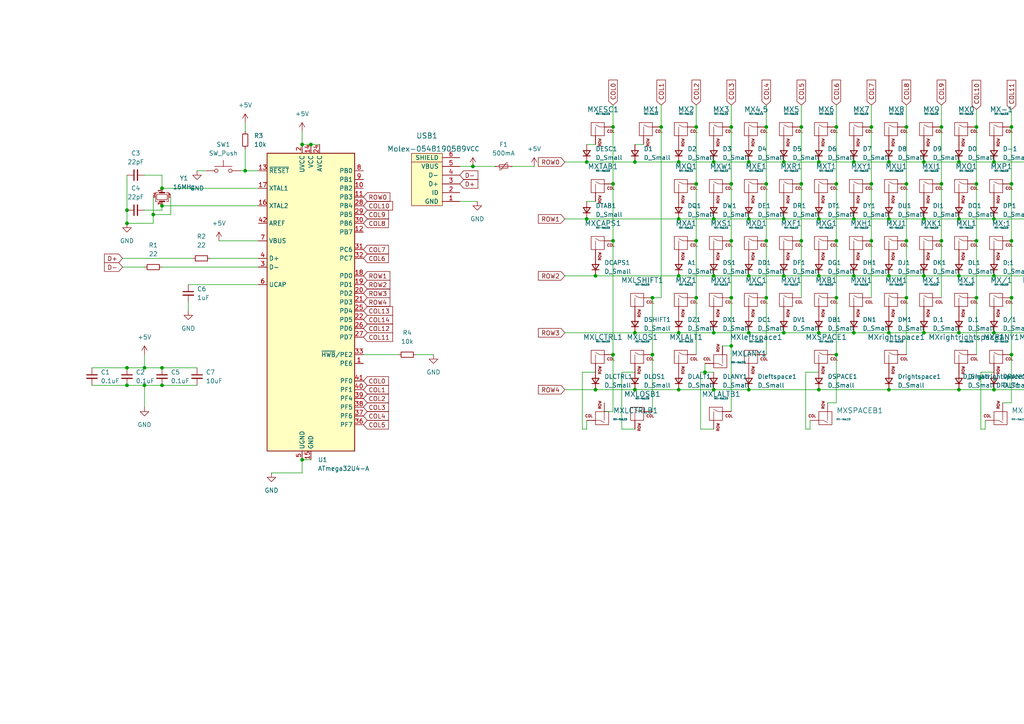
<source format=kicad_sch>
(kicad_sch (version 20211123) (generator eeschema)
  (paper "A4")
  (junction (at 278.13 113.03))
  (junction (at 247.65 46.99))
  (junction (at 36.83 111.76))
  (junction (at 313.69 53.34))
  (junction (at 232.41 69.85))
  (junction (at 46.99 59.69))
  (junction (at 184.15 113.03))
  (junction (at 222.25 69.85))
  (junction (at 87.63 133.35))
  (junction (at 323.85 36.83))
  (junction (at 46.99 54.61))
  (junction (at 41.91 106.68))
  (junction (at 227.33 46.99))
  (junction (at 201.93 86.36))
  (junction (at 196.85 46.99))
  (junction (at 303.53 83.82))
  (junction (at 237.49 80.01))
  (junction (at 278.13 96.52))
  (junction (at 262.89 53.34))
  (junction (at 293.37 69.85))
  (junction (at 46.99 111.76))
  (junction (at 323.85 69.85))
  (junction (at 288.29 96.52))
  (junction (at 207.01 63.5))
  (junction (at 267.97 46.99))
  (junction (at 308.61 63.5))
  (junction (at 217.17 63.5))
  (junction (at 212.09 100.33))
  (junction (at 288.29 46.99))
  (junction (at 207.01 80.01))
  (junction (at 177.8 69.85))
  (junction (at 316.23 107.95))
  (junction (at 207.01 46.99))
  (junction (at 252.73 53.34))
  (junction (at 201.93 69.85))
  (junction (at 323.85 83.82))
  (junction (at 170.18 46.99))
  (junction (at 303.53 53.34))
  (junction (at 212.09 86.36))
  (junction (at 278.13 46.99))
  (junction (at 177.8 53.34))
  (junction (at 313.69 69.85))
  (junction (at 278.13 63.5))
  (junction (at 308.61 80.01))
  (junction (at 267.97 80.01))
  (junction (at 288.29 80.01))
  (junction (at 172.72 113.03))
  (junction (at 41.91 111.76))
  (junction (at 252.73 69.85))
  (junction (at 293.37 102.87))
  (junction (at 217.17 46.99))
  (junction (at 227.33 63.5))
  (junction (at 242.57 53.34))
  (junction (at 247.65 80.01))
  (junction (at 237.49 113.03))
  (junction (at 273.05 36.83))
  (junction (at 177.8 102.87))
  (junction (at 212.09 36.83))
  (junction (at 212.09 69.85))
  (junction (at 196.85 96.52))
  (junction (at 222.25 53.34))
  (junction (at 237.49 96.52))
  (junction (at 189.23 86.36))
  (junction (at 207.01 113.03))
  (junction (at 207.01 96.52))
  (junction (at 137.16 48.26))
  (junction (at 323.85 86.36))
  (junction (at 273.05 69.85))
  (junction (at 237.49 63.5))
  (junction (at 283.21 69.85))
  (junction (at 247.65 63.5))
  (junction (at 303.53 36.83))
  (junction (at 222.25 86.36))
  (junction (at 87.63 41.91))
  (junction (at 204.47 107.95))
  (junction (at 257.81 96.52))
  (junction (at 212.09 53.34))
  (junction (at 217.17 96.52))
  (junction (at 267.97 96.52))
  (junction (at 90.17 41.91))
  (junction (at 273.05 53.34))
  (junction (at 257.81 80.01))
  (junction (at 288.29 113.03))
  (junction (at 242.57 69.85))
  (junction (at 237.49 46.99))
  (junction (at 293.37 36.83))
  (junction (at 262.89 36.83))
  (junction (at 196.85 63.5))
  (junction (at 242.57 36.83))
  (junction (at 298.45 113.03))
  (junction (at 288.29 63.5))
  (junction (at 196.85 80.01))
  (junction (at 293.37 53.34))
  (junction (at 177.8 36.83))
  (junction (at 201.93 53.34))
  (junction (at 247.65 96.52))
  (junction (at 252.73 36.83))
  (junction (at 313.69 36.83))
  (junction (at 323.85 53.34))
  (junction (at 217.17 80.01))
  (junction (at 257.81 63.5))
  (junction (at 36.83 106.68))
  (junction (at 36.83 64.77))
  (junction (at 278.13 80.01))
  (junction (at 36.83 60.96))
  (junction (at 262.89 69.85))
  (junction (at 227.33 96.52))
  (junction (at 184.15 46.99))
  (junction (at 227.33 80.01))
  (junction (at 232.41 53.34))
  (junction (at 298.45 96.52))
  (junction (at 303.53 86.36))
  (junction (at 308.61 113.03))
  (junction (at 283.21 36.83))
  (junction (at 298.45 80.01))
  (junction (at 323.85 100.33))
  (junction (at 189.23 102.87))
  (junction (at 196.85 113.03))
  (junction (at 46.99 106.68))
  (junction (at 257.81 46.99))
  (junction (at 308.61 46.99))
  (junction (at 172.72 80.01))
  (junction (at 191.77 36.83))
  (junction (at 262.89 86.36))
  (junction (at 298.45 46.99))
  (junction (at 170.18 63.5))
  (junction (at 242.57 102.87))
  (junction (at 217.17 113.03))
  (junction (at 267.97 63.5))
  (junction (at 257.81 113.03))
  (junction (at 71.12 49.53))
  (junction (at 201.93 36.83))
  (junction (at 283.21 86.36))
  (junction (at 293.37 86.36))
  (junction (at 242.57 86.36))
  (junction (at 232.41 36.83))
  (junction (at 184.15 96.52))
  (junction (at 303.53 69.85))
  (junction (at 298.45 63.5))
  (junction (at 44.45 62.23))
  (junction (at 283.21 53.34))
  (junction (at 222.25 36.83))
  (wire (pts (xy 201.93 69.85) (xy 201.93 86.36)))
  (wire (pts (xy 204.47 105.41) (xy 204.47 107.95)))
  (wire (pts (xy 323.85 69.85) (xy 323.85 83.82)))
  (wire (pts (xy 278.13 96.52) (xy 288.29 96.52)))
  (wire (pts (xy 87.63 133.35) (xy 90.17 133.35)))
  (wire (pts (xy 273.05 36.83) (xy 273.05 53.34)))
  (wire (pts (xy 46.99 54.61) (xy 46.99 50.8)))
  (wire (pts (xy 222.25 36.83) (xy 222.25 53.34)))
  (wire (pts (xy 170.18 46.99) (xy 184.15 46.99)))
  (wire (pts (xy 278.13 63.5) (xy 288.29 63.5)))
  (wire (pts (xy 303.53 53.34) (xy 303.53 69.85)))
  (wire (pts (xy 278.13 80.01) (xy 288.29 80.01)))
  (wire (pts (xy 234.95 124.46) (xy 234.95 121.92)))
  (wire (pts (xy 293.37 102.87) (xy 293.37 116.84)))
  (wire (pts (xy 212.09 53.34) (xy 212.09 69.85)))
  (wire (pts (xy 201.93 53.34) (xy 201.93 69.85)))
  (wire (pts (xy 54.61 82.55) (xy 74.93 82.55)))
  (wire (pts (xy 222.25 86.36) (xy 222.25 102.87)))
  (wire (pts (xy 26.67 111.76) (xy 36.83 111.76)))
  (wire (pts (xy 293.37 69.85) (xy 293.37 86.36)))
  (wire (pts (xy 267.97 63.5) (xy 278.13 63.5)))
  (wire (pts (xy 177.8 53.34) (xy 177.8 69.85)))
  (wire (pts (xy 36.83 60.96) (xy 36.83 64.77)))
  (wire (pts (xy 217.17 96.52) (xy 227.33 96.52)))
  (wire (pts (xy 290.83 116.84) (xy 293.37 116.84)))
  (wire (pts (xy 237.49 96.52) (xy 247.65 96.52)))
  (wire (pts (xy 203.2 107.95) (xy 204.47 107.95)))
  (wire (pts (xy 298.45 113.03) (xy 308.61 113.03)))
  (wire (pts (xy 203.2 124.46) (xy 203.2 107.95)))
  (wire (pts (xy 196.85 63.5) (xy 207.01 63.5)))
  (wire (pts (xy 242.57 30.48) (xy 242.57 36.83)))
  (wire (pts (xy 207.01 124.46) (xy 203.2 124.46)))
  (wire (pts (xy 177.8 69.85) (xy 177.8 102.87)))
  (wire (pts (xy 180.34 107.95) (xy 184.15 107.95)))
  (wire (pts (xy 303.53 86.36) (xy 303.53 102.87)))
  (wire (pts (xy 148.59 48.26) (xy 154.94 48.26)))
  (wire (pts (xy 196.85 113.03) (xy 207.01 113.03)))
  (wire (pts (xy 207.01 80.01) (xy 217.17 80.01)))
  (wire (pts (xy 44.45 62.23) (xy 44.45 57.15)))
  (wire (pts (xy 87.63 41.91) (xy 90.17 41.91)))
  (wire (pts (xy 201.93 36.83) (xy 201.93 53.34)))
  (wire (pts (xy 46.99 77.47) (xy 74.93 77.47)))
  (wire (pts (xy 191.77 36.83) (xy 191.77 86.36)))
  (wire (pts (xy 323.85 31.75) (xy 323.85 36.83)))
  (wire (pts (xy 71.12 49.53) (xy 74.93 49.53)))
  (wire (pts (xy 222.25 53.34) (xy 222.25 69.85)))
  (wire (pts (xy 257.81 63.5) (xy 267.97 63.5)))
  (wire (pts (xy 323.85 83.82) (xy 323.85 86.36)))
  (wire (pts (xy 177.8 119.38) (xy 175.26 119.38)))
  (wire (pts (xy 46.99 111.76) (xy 57.15 111.76)))
  (wire (pts (xy 212.09 36.83) (xy 212.09 53.34)))
  (wire (pts (xy 71.12 43.18) (xy 71.12 49.53)))
  (wire (pts (xy 212.09 100.33) (xy 212.09 119.38)))
  (wire (pts (xy 323.85 83.82) (xy 332.74 83.82)))
  (wire (pts (xy 293.37 86.36) (xy 293.37 102.87)))
  (wire (pts (xy 168.91 124.46) (xy 168.91 107.95)))
  (wire (pts (xy 284.48 124.46) (xy 284.48 107.95)))
  (wire (pts (xy 41.91 111.76) (xy 46.99 111.76)))
  (wire (pts (xy 308.61 46.99) (xy 318.77 46.99)))
  (wire (pts (xy 222.25 30.48) (xy 222.25 36.83)))
  (wire (pts (xy 308.61 113.03) (xy 318.77 113.03)))
  (wire (pts (xy 201.93 86.36) (xy 201.93 102.87)))
  (wire (pts (xy 303.53 83.82) (xy 309.88 83.82)))
  (wire (pts (xy 184.15 41.91) (xy 186.69 41.91)))
  (wire (pts (xy 227.33 63.5) (xy 237.49 63.5)))
  (wire (pts (xy 207.01 46.99) (xy 217.17 46.99)))
  (wire (pts (xy 36.83 50.8) (xy 36.83 60.96)))
  (wire (pts (xy 262.89 69.85) (xy 262.89 86.36)))
  (wire (pts (xy 168.91 107.95) (xy 172.72 107.95)))
  (wire (pts (xy 44.45 62.23) (xy 49.53 62.23)))
  (wire (pts (xy 46.99 106.68) (xy 57.15 106.68)))
  (wire (pts (xy 267.97 96.52) (xy 278.13 96.52)))
  (wire (pts (xy 184.15 113.03) (xy 196.85 113.03)))
  (wire (pts (xy 46.99 59.69) (xy 74.93 59.69)))
  (wire (pts (xy 87.63 133.35) (xy 87.63 137.16)))
  (wire (pts (xy 177.8 30.48) (xy 177.8 36.83)))
  (wire (pts (xy 242.57 69.85) (xy 242.57 86.36)))
  (wire (pts (xy 257.81 80.01) (xy 267.97 80.01)))
  (wire (pts (xy 233.68 124.46) (xy 234.95 124.46)))
  (wire (pts (xy 308.61 63.5) (xy 318.77 63.5)))
  (wire (pts (xy 227.33 46.99) (xy 237.49 46.99)))
  (wire (pts (xy 318.77 124.46) (xy 314.96 124.46)))
  (wire (pts (xy 172.72 113.03) (xy 184.15 113.03)))
  (wire (pts (xy 316.23 107.95) (xy 318.77 107.95)))
  (wire (pts (xy 288.29 46.99) (xy 298.45 46.99)))
  (wire (pts (xy 313.69 69.85) (xy 313.69 102.87)))
  (wire (pts (xy 207.01 96.52) (xy 217.17 96.52)))
  (wire (pts (xy 273.05 69.85) (xy 273.05 86.36)))
  (wire (pts (xy 313.69 36.83) (xy 313.69 53.34)))
  (wire (pts (xy 242.57 36.83) (xy 242.57 53.34)))
  (wire (pts (xy 318.77 91.44) (xy 327.66 91.44)))
  (wire (pts (xy 252.73 30.48) (xy 252.73 36.83)))
  (wire (pts (xy 191.77 86.36) (xy 189.23 86.36)))
  (wire (pts (xy 196.85 80.01) (xy 207.01 80.01)))
  (wire (pts (xy 323.85 36.83) (xy 323.85 53.34)))
  (wire (pts (xy 168.91 124.46) (xy 170.18 124.46)))
  (wire (pts (xy 175.26 119.38) (xy 175.26 116.84)))
  (wire (pts (xy 217.17 80.01) (xy 227.33 80.01)))
  (wire (pts (xy 180.34 124.46) (xy 180.34 107.95)))
  (wire (pts (xy 46.99 54.61) (xy 74.93 54.61)))
  (wire (pts (xy 285.75 124.46) (xy 285.75 121.92)))
  (wire (pts (xy 293.37 31.75) (xy 293.37 36.83)))
  (wire (pts (xy 69.85 49.53) (xy 71.12 49.53)))
  (wire (pts (xy 87.63 137.16) (xy 78.74 137.16)))
  (wire (pts (xy 242.57 86.36) (xy 242.57 102.87)))
  (wire (pts (xy 293.37 36.83) (xy 293.37 53.34)))
  (wire (pts (xy 252.73 69.85) (xy 252.73 86.36)))
  (wire (pts (xy 163.83 96.52) (xy 184.15 96.52)))
  (wire (pts (xy 189.23 102.87) (xy 189.23 119.38)))
  (wire (pts (xy 308.61 80.01) (xy 318.77 80.01)))
  (wire (pts (xy 170.18 41.91) (xy 172.72 41.91)))
  (wire (pts (xy 209.55 100.33) (xy 212.09 100.33)))
  (wire (pts (xy 313.69 53.34) (xy 313.69 69.85)))
  (wire (pts (xy 232.41 30.48) (xy 232.41 36.83)))
  (wire (pts (xy 163.83 63.5) (xy 170.18 63.5)))
  (wire (pts (xy 35.56 77.47) (xy 41.91 77.47)))
  (wire (pts (xy 284.48 124.46) (xy 285.75 124.46)))
  (wire (pts (xy 303.53 69.85) (xy 303.53 83.82)))
  (wire (pts (xy 36.83 106.68) (xy 41.91 106.68)))
  (wire (pts (xy 63.5 69.85) (xy 74.93 69.85)))
  (wire (pts (xy 237.49 80.01) (xy 247.65 80.01)))
  (wire (pts (xy 252.73 53.34) (xy 252.73 69.85)))
  (wire (pts (xy 204.47 107.95) (xy 207.01 107.95)))
  (wire (pts (xy 242.57 102.87) (xy 242.57 116.84)))
  (wire (pts (xy 252.73 36.83) (xy 252.73 53.34)))
  (wire (pts (xy 284.48 107.95) (xy 288.29 107.95)))
  (wire (pts (xy 273.05 53.34) (xy 273.05 69.85)))
  (wire (pts (xy 133.35 48.26) (xy 137.16 48.26)))
  (wire (pts (xy 54.61 87.63) (xy 54.61 90.17)))
  (wire (pts (xy 288.29 63.5) (xy 298.45 63.5)))
  (wire (pts (xy 120.65 102.87) (xy 125.73 102.87)))
  (wire (pts (xy 323.85 100.33) (xy 323.85 119.38)))
  (wire (pts (xy 298.45 80.01) (xy 308.61 80.01)))
  (wire (pts (xy 316.23 105.41) (xy 316.23 107.95)))
  (wire (pts (xy 212.09 30.48) (xy 212.09 36.83)))
  (wire (pts (xy 163.83 80.01) (xy 172.72 80.01)))
  (wire (pts (xy 267.97 46.99) (xy 278.13 46.99)))
  (wire (pts (xy 217.17 113.03) (xy 237.49 113.03)))
  (wire (pts (xy 321.31 100.33) (xy 323.85 100.33)))
  (wire (pts (xy 262.89 30.48) (xy 262.89 36.83)))
  (wire (pts (xy 247.65 96.52) (xy 257.81 96.52)))
  (wire (pts (xy 327.66 88.9) (xy 327.66 91.44)))
  (wire (pts (xy 237.49 46.99) (xy 247.65 46.99)))
  (wire (pts (xy 46.99 50.8) (xy 41.91 50.8)))
  (wire (pts (xy 90.17 41.91) (xy 92.71 41.91)))
  (wire (pts (xy 41.91 106.68) (xy 46.99 106.68)))
  (wire (pts (xy 44.45 64.77) (xy 44.45 62.23)))
  (wire (pts (xy 137.16 48.26) (xy 143.51 48.26)))
  (wire (pts (xy 232.41 53.34) (xy 232.41 69.85)))
  (wire (pts (xy 71.12 35.56) (xy 71.12 38.1)))
  (wire (pts (xy 163.83 46.99) (xy 170.18 46.99)))
  (wire (pts (xy 35.56 74.93) (xy 55.88 74.93)))
  (wire (pts (xy 232.41 69.85) (xy 232.41 86.36)))
  (wire (pts (xy 36.83 64.77) (xy 44.45 64.77)))
  (wire (pts (xy 217.17 63.5) (xy 227.33 63.5)))
  (wire (pts (xy 303.53 36.83) (xy 303.53 53.34)))
  (wire (pts (xy 133.35 58.42) (xy 138.43 58.42)))
  (wire (pts (xy 303.53 31.75) (xy 303.53 36.83)))
  (wire (pts (xy 323.85 53.34) (xy 323.85 69.85)))
  (wire (pts (xy 189.23 86.36) (xy 189.23 102.87)))
  (wire (pts (xy 298.45 63.5) (xy 308.61 63.5)))
  (wire (pts (xy 257.81 113.03) (xy 278.13 113.03)))
  (wire (pts (xy 184.15 46.99) (xy 196.85 46.99)))
  (wire (pts (xy 177.8 36.83) (xy 177.8 53.34)))
  (wire (pts (xy 196.85 46.99) (xy 207.01 46.99)))
  (wire (pts (xy 196.85 96.52) (xy 207.01 96.52)))
  (wire (pts (xy 293.37 53.34) (xy 293.37 69.85)))
  (wire (pts (xy 247.65 46.99) (xy 257.81 46.99)))
  (wire (pts (xy 170.18 124.46) (xy 170.18 121.92)))
  (wire (pts (xy 60.96 74.93) (xy 74.93 74.93)))
  (wire (pts (xy 170.18 63.5) (xy 196.85 63.5)))
  (wire (pts (xy 303.53 83.82) (xy 303.53 86.36)))
  (wire (pts (xy 217.17 46.99) (xy 227.33 46.99)))
  (wire (pts (xy 257.81 96.52) (xy 267.97 96.52)))
  (wire (pts (xy 184.15 124.46) (xy 180.34 124.46)))
  (wire (pts (xy 237.49 113.03) (xy 257.81 113.03)))
  (wire (pts (xy 222.25 69.85) (xy 222.25 86.36)))
  (wire (pts (xy 105.41 102.87) (xy 115.57 102.87)))
  (wire (pts (xy 288.29 113.03) (xy 298.45 113.03)))
  (wire (pts (xy 172.72 80.01) (xy 196.85 80.01)))
  (wire (pts (xy 273.05 30.48) (xy 273.05 36.83)))
  (wire (pts (xy 41.91 60.96) (xy 46.99 60.96)))
  (wire (pts (xy 41.91 102.87) (xy 41.91 106.68)))
  (wire (pts (xy 288.29 80.01) (xy 298.45 80.01)))
  (wire (pts (xy 212.09 86.36) (xy 212.09 100.33)))
  (wire (pts (xy 57.15 49.53) (xy 59.69 49.53)))
  (wire (pts (xy 298.45 91.44) (xy 304.8 91.44)))
  (wire (pts (xy 240.03 116.84) (xy 242.57 116.84)))
  (wire (pts (xy 323.85 86.36) (xy 323.85 100.33)))
  (wire (pts (xy 278.13 46.99) (xy 288.29 46.99)))
  (wire (pts (xy 177.8 102.87) (xy 177.8 119.38)))
  (wire (pts (xy 207.01 63.5) (xy 217.17 63.5)))
  (wire (pts (xy 46.99 60.96) (xy 46.99 59.69)))
  (wire (pts (xy 267.97 80.01) (xy 278.13 80.01)))
  (wire (pts (xy 227.33 96.52) (xy 237.49 96.52)))
  (wire (pts (xy 49.53 62.23) (xy 49.53 57.15)))
  (wire (pts (xy 207.01 113.03) (xy 217.17 113.03)))
  (wire (pts (xy 233.68 124.46) (xy 233.68 107.95)))
  (wire (pts (xy 170.18 58.42) (xy 172.72 58.42)))
  (wire (pts (xy 262.89 36.83) (xy 262.89 53.34)))
  (wire (pts (xy 313.69 31.75) (xy 313.69 36.83)))
  (wire (pts (xy 26.67 106.68) (xy 36.83 106.68)))
  (wire (pts (xy 212.09 69.85) (xy 212.09 86.36)))
  (wire (pts (xy 237.49 63.5) (xy 247.65 63.5)))
  (wire (pts (xy 242.57 53.34) (xy 242.57 69.85)))
  (wire (pts (xy 314.96 107.95) (xy 316.23 107.95)))
  (wire (pts (xy 278.13 113.03) (xy 288.29 113.03)))
  (wire (pts (xy 283.21 69.85) (xy 283.21 86.36)))
  (wire (pts (xy 257.81 46.99) (xy 267.97 46.99)))
  (wire (pts (xy 288.29 96.52) (xy 298.45 96.52)))
  (wire (pts (xy 283.21 31.75) (xy 283.21 36.83)))
  (wire (pts (xy 41.91 111.76) (xy 41.91 118.11)))
  (wire (pts (xy 298.45 96.52) (xy 318.77 96.52)))
  (wire (pts (xy 247.65 80.01) (xy 257.81 80.01)))
  (wire (pts (xy 262.89 53.34) (xy 262.89 69.85)))
  (wire (pts (xy 232.41 36.83) (xy 232.41 53.34)))
  (wire (pts (xy 283.21 36.83) (xy 283.21 53.34)))
  (wire (pts (xy 247.65 63.5) (xy 257.81 63.5)))
  (wire (pts (xy 233.68 107.95) (xy 237.49 107.95)))
  (wire (pts (xy 283.21 86.36) (xy 283.21 102.87)))
  (wire (pts (xy 191.77 30.48) (xy 191.77 36.83)))
  (wire (pts (xy 298.45 46.99) (xy 308.61 46.99)))
  (wire (pts (xy 314.96 124.46) (xy 314.96 107.95)))
  (wire (pts (xy 87.63 38.1) (xy 87.63 41.91)))
  (wire (pts (xy 262.89 86.36) (xy 262.89 102.87)))
  (wire (pts (xy 227.33 80.01) (xy 237.49 80.01)))
  (wire (pts (xy 283.21 53.34) (xy 283.21 69.85)))
  (wire (pts (xy 163.83 113.03) (xy 172.72 113.03)))
  (wire (pts (xy 36.83 111.76) (xy 41.91 111.76)))
  (wire (pts (xy 184.15 96.52) (xy 196.85 96.52)))
  (wire (pts (xy 304.8 88.9) (xy 304.8 91.44)))
  (wire (pts (xy 201.93 30.48) (xy 201.93 36.83)))
  (global_label "ROW0" (shape input) (at 163.83 46.99 180) (property "Intersheet References" "${INTERSHEET_REFS}" (effects hide)))
  (global_label "D-" (shape input) (at 133.35 50.8 0) (property "Intersheet References" "${INTERSHEET_REFS}" (effects hide)))
  (global_label "COL13" (shape input) (at 313.69 31.75 90) (property "Intersheet References" "${INTERSHEET_REFS}" (effects hide)))
  (global_label "COL0" (shape input) (at 177.8 30.48 90) (property "Intersheet References" "${INTERSHEET_REFS}" (effects hide)))
  (global_label "ROW3" (shape input) (at 163.83 96.52 180) (property "Intersheet References" "${INTERSHEET_REFS}" (effects hide)))
  (global_label "COL14" (shape input) (at 105.41 92.71 0) (property "Intersheet References" "${INTERSHEET_REFS}" (effects hide)))
  (global_label "COL2" (shape input) (at 201.93 30.48 90) (property "Intersheet References" "${INTERSHEET_REFS}" (effects hide)))
  (global_label "ROW0" (shape input) (at 105.41 57.15 0) (property "Intersheet References" "${INTERSHEET_REFS}" (effects hide)))
  (global_label "COL12" (shape input) (at 105.41 95.25 0) (property "Intersheet References" "${INTERSHEET_REFS}" (effects hide)))
  (global_label "ROW4" (shape input) (at 163.83 113.03 180) (property "Intersheet References" "${INTERSHEET_REFS}" (effects hide)))
  (global_label "COL4" (shape input) (at 222.25 30.48 90) (property "Intersheet References" "${INTERSHEET_REFS}" (effects hide)))
  (global_label "COL11" (shape input) (at 105.41 97.79 0) (property "Intersheet References" "${INTERSHEET_REFS}" (effects hide)))
  (global_label "COL8" (shape input) (at 105.41 64.77 0) (property "Intersheet References" "${INTERSHEET_REFS}" (effects hide)))
  (global_label "COL10" (shape input) (at 283.21 31.75 90) (property "Intersheet References" "${INTERSHEET_REFS}" (effects hide)))
  (global_label "COL6" (shape input) (at 105.41 74.93 0) (property "Intersheet References" "${INTERSHEET_REFS}" (effects hide)))
  (global_label "COL3" (shape input) (at 105.41 118.11 0) (property "Intersheet References" "${INTERSHEET_REFS}" (effects hide)))
  (global_label "COL5" (shape input) (at 232.41 30.48 90) (property "Intersheet References" "${INTERSHEET_REFS}" (effects hide)))
  (global_label "COL9" (shape input) (at 273.05 30.48 90) (property "Intersheet References" "${INTERSHEET_REFS}" (effects hide)))
  (global_label "COL6" (shape input) (at 242.57 30.48 90) (property "Intersheet References" "${INTERSHEET_REFS}" (effects hide)))
  (global_label "COL7" (shape input) (at 105.41 72.39 0) (property "Intersheet References" "${INTERSHEET_REFS}" (effects hide)))
  (global_label "COL14" (shape input) (at 323.85 31.75 90) (property "Intersheet References" "${INTERSHEET_REFS}" (effects hide)))
  (global_label "ROW1" (shape input) (at 105.41 80.01 0) (property "Intersheet References" "${INTERSHEET_REFS}" (effects hide)))
  (global_label "COL0" (shape input) (at 105.41 110.49 0) (property "Intersheet References" "${INTERSHEET_REFS}" (effects hide)))
  (global_label "COL13" (shape input) (at 105.41 90.17 0) (property "Intersheet References" "${INTERSHEET_REFS}" (effects hide)))
  (global_label "COL9" (shape input) (at 105.41 62.23 0) (property "Intersheet References" "${INTERSHEET_REFS}" (effects hide)))
  (global_label "COL12" (shape input) (at 303.53 31.75 90) (property "Intersheet References" "${INTERSHEET_REFS}" (effects hide)))
  (global_label "ROW2" (shape input) (at 105.41 82.55 0) (property "Intersheet References" "${INTERSHEET_REFS}" (effects hide)))
  (global_label "COL3" (shape input) (at 212.09 30.48 90) (property "Intersheet References" "${INTERSHEET_REFS}" (effects hide)))
  (global_label "COL11" (shape input) (at 293.37 31.75 90) (property "Intersheet References" "${INTERSHEET_REFS}" (effects hide)))
  (global_label "COL1" (shape input) (at 105.41 113.03 0) (property "Intersheet References" "${INTERSHEET_REFS}" (effects hide)))
  (global_label "D+" (shape input) (at 133.35 53.34 0) (property "Intersheet References" "${INTERSHEET_REFS}" (effects hide)))
  (global_label "ROW2" (shape input) (at 163.83 80.01 180) (property "Intersheet References" "${INTERSHEET_REFS}" (effects hide)))
  (global_label "COL8" (shape input) (at 262.89 30.48 90) (property "Intersheet References" "${INTERSHEET_REFS}" (effects hide)))
  (global_label "D+" (shape input) (at 35.56 74.93 180) (property "Intersheet References" "${INTERSHEET_REFS}" (effects hide)))
  (global_label "COL2" (shape input) (at 105.41 115.57 0) (property "Intersheet References" "${INTERSHEET_REFS}" (effects hide)))
  (global_label "COL1" (shape input) (at 191.77 30.48 90) (property "Intersheet References" "${INTERSHEET_REFS}" (effects hide)))
  (global_label "ROW1" (shape input) (at 163.83 63.5 180) (property "Intersheet References" "${INTERSHEET_REFS}" (effects hide)))
  (global_label "ROW4" (shape input) (at 105.41 87.63 0) (property "Intersheet References" "${INTERSHEET_REFS}" (effects hide)))
  (global_label "D-" (shape input) (at 35.56 77.47 180) (property "Intersheet References" "${INTERSHEET_REFS}" (effects hide)))
  (global_label "COL7" (shape input) (at 252.73 30.48 90) (property "Intersheet References" "${INTERSHEET_REFS}" (effects hide)))
  (global_label "ROW3" (shape input) (at 105.41 85.09 0) (property "Intersheet References" "${INTERSHEET_REFS}" (effects hide)))
  (global_label "COL4" (shape input) (at 105.41 120.65 0) (property "Intersheet References" "${INTERSHEET_REFS}" (effects hide)))
  (global_label "COL10" (shape input) (at 105.41 59.69 0) (property "Intersheet References" "${INTERSHEET_REFS}" (effects hide)))
  (global_label "COL5" (shape input) (at 105.41 123.19 0) (property "Intersheet References" "${INTERSHEET_REFS}" (effects hide)))
  (symbol (lib_id "MX_Alps_Hybrid:MX-NoLED") (at 309.88 71.12 0) (unit 1)
    (property "Reference" "MXISO1" (at 310.7656 64.77 0) (effects (font (size 1.524 1.524))))
    (property "Value" "MX-NoLED" (at 310.7656 66.04 0) (effects (font (size 0.508 0.508))))
    (property "Footprint" "Alps_Only:skccWithborder" (effects hide))
  )
  (symbol (lib_id "MX_Alps_Hybrid:MX-NoLED") (at 218.44 104.14 0) (unit 1)
    (property "Reference" "MXleftspace1" (at 219.3256 97.79 0) (effects (font (size 1.524 1.524))))
    (property "Value" "MX-NoLED" (at 219.3256 99.06 0) (effects (font (size 0.508 0.508))))
    (property "Footprint" "Alps_Only:skcc1.5" (effects hide))
  )
  (symbol (lib_id "Device:D_Small") (at 288.29 44.45 90) (unit 1)
    (property "Reference" "D-1" (at 290.83 43.1799 90) (effects (justify right)))
    (property "Value" "D_Small" (at 290.83 45.7199 90) (effects (justify right)))
    (property "Footprint" "Diode_SMD:D_SOD-123" (effects hide))
  )
  (symbol (lib_id "MX_Alps_Hybrid:MX-NoLED") (at 279.4 38.1 0) (unit 1)
    (property "Reference" "MX0" (at 280.2856 31.75 0) (effects (font (size 1.524 1.524))))
    (property "Value" "MX-NoLED" (at 280.2856 33.02 0) (effects (font (size 0.508 0.508))))
    (property "Footprint" "Alps_Only:skccWithborder" (effects hide))
  )
  (symbol (lib_id "Device:D_Small") (at 308.61 60.96 90) (unit 1)
    (property "Reference" "D]1" (at 311.15 59.6899 90) (effects (justify right)))
    (property "Value" "D_Small" (at 311.15 62.2299 90) (effects (justify right)))
    (property "Footprint" "Diode_SMD:D_SOD-123" (effects hide))
  )
  (symbol (lib_id "MX_Alps_Hybrid:MX-NoLED") (at 289.56 38.1 0) (unit 1)
    (property "Reference" "MX-1" (at 290.4456 31.75 0) (effects (font (size 1.524 1.524))))
    (property "Value" "MX-NoLED" (at 290.4456 33.02 0) (effects (font (size 0.508 0.508))))
    (property "Footprint" "Alps_Only:skccWithborder" (effects hide))
  )
  (symbol (lib_id "Device:D_Small") (at 298.45 60.96 90) (unit 1)
    (property "Reference" "D[1" (at 300.99 59.6899 90) (effects (justify right)))
    (property "Value" "D_Small" (at 300.99 62.2299 90) (effects (justify right)))
    (property "Footprint" "Diode_SMD:D_SOD-123" (effects hide))
  )
  (symbol (lib_id "Device:D_Small") (at 278.13 110.49 90) (unit 1)
    (property "Reference" "Drightrightspace1" (at 280.67 109.2199 90) (effects (justify right)))
    (property "Value" "D_Small" (at 280.67 111.7599 90) (effects (justify right)))
    (property "Footprint" "Diode_SMD:D_SOD-123" (effects hide))
  )
  (symbol (lib_id "Device:D_Small") (at 207.01 60.96 90) (unit 1)
    (property "Reference" "DW1" (at 209.55 59.6899 90) (effects (justify right)))
    (property "Value" "D_Small" (at 209.55 62.2299 90) (effects (justify right)))
    (property "Footprint" "Diode_SMD:D_SOD-123" (effects hide))
  )
  (symbol (lib_id "MX_Alps_Hybrid:MX-NoLED") (at 208.28 54.61 0) (unit 1)
    (property "Reference" "MXW1" (at 209.1656 48.26 0) (effects (font (size 1.524 1.524))))
    (property "Value" "MX-NoLED" (at 209.1656 49.53 0) (effects (font (size 0.508 0.508))))
    (property "Footprint" "Alps_Only:skccWithborder" (effects hide))
  )
  (symbol (lib_id "MX_Alps_Hybrid:MX-NoLED") (at 173.99 54.61 0) (unit 1)
    (property "Reference" "MXTAB1" (at 174.8756 48.26 0) (effects (font (size 1.524 1.524))))
    (property "Value" "MX-NoLED" (at 174.8756 49.53 0) (effects (font (size 0.508 0.508))))
    (property "Footprint" "Alps_Only:skcc1.5" (effects hide))
  )
  (symbol (lib_id "Device:D_Small") (at 247.65 60.96 90) (unit 1)
    (property "Reference" "DY1" (at 250.19 59.6899 90) (effects (justify right)))
    (property "Value" "D_Small" (at 250.19 62.2299 90) (effects (justify right)))
    (property "Footprint" "Diode_SMD:D_SOD-123" (effects hide))
  )
  (symbol (lib_id "Device:D_Small") (at 278.13 60.96 90) (unit 1)
    (property "Reference" "DO1" (at 280.67 59.6899 90) (effects (justify right)))
    (property "Value" "D_Small" (at 280.67 62.2299 90) (effects (justify right)))
    (property "Footprint" "Diode_SMD:D_SOD-123" (effects hide))
  )
  (symbol (lib_id "Device:D_Small") (at 278.13 44.45 90) (unit 1)
    (property "Reference" "D0" (at 280.67 43.1799 90) (effects (justify right)))
    (property "Value" "D_Small" (at 280.67 45.7199 90) (effects (justify right)))
    (property "Footprint" "Diode_SMD:D_SOD-123" (effects hide))
  )
  (symbol (lib_id "MX_Alps_Hybrid:MX-NoLED") (at 218.44 54.61 0) (unit 1)
    (property "Reference" "MXE1" (at 219.3256 48.26 0) (effects (font (size 1.524 1.524))))
    (property "Value" "MX-NoLED" (at 219.3256 49.53 0) (effects (font (size 0.508 0.508))))
    (property "Footprint" "Alps_Only:skccWithborder" (effects hide))
  )
  (symbol (lib_id "MX_Alps_Hybrid:MX-NoLED") (at 238.76 87.63 0) (unit 1)
    (property "Reference" "MXB1" (at 239.6456 81.28 0) (effects (font (size 1.524 1.524))))
    (property "Value" "MX-NoLED" (at 239.6456 82.55 0) (effects (font (size 0.508 0.508))))
    (property "Footprint" "Alps_Only:skccWithborder" (effects hide))
  )
  (symbol (lib_id "MX_Alps_Hybrid:MX-NoLED") (at 320.04 104.14 180) (unit 1)
    (property "Reference" "MXRCTRL1" (at 319.1544 110.49 0) (effects (font (size 1.524 1.524))))
    (property "Value" "MX-NoLED" (at 319.1544 109.22 0) (effects (font (size 0.508 0.508))))
    (property "Footprint" "Alps_Only:skccWithborder" (effects hide))
  )
  (symbol (lib_id "Device:D_Small") (at 207.01 44.45 90) (unit 1)
    (property "Reference" "D3" (at 209.55 43.1799 90) (effects (justify right)))
    (property "Value" "D_Small" (at 209.55 45.7199 90) (effects (justify right)))
    (property "Footprint" "Diode_SMD:D_SOD-123" (effects hide))
  )
  (symbol (lib_id "MX_Alps_Hybrid:MX-NoLED") (at 208.28 87.63 0) (unit 1)
    (property "Reference" "MXX1" (at 209.1656 81.28 0) (effects (font (size 1.524 1.524))))
    (property "Value" "MX-NoLED" (at 209.1656 82.55 0) (effects (font (size 0.508 0.508))))
    (property "Footprint" "Alps_Only:skccWithborder" (effects hide))
  )
  (symbol (lib_id "Device:D_Small") (at 318.77 77.47 90) (unit 1)
    (property "Reference" "DENTER1" (at 321.31 76.1999 90) (effects (justify right)))
    (property "Value" "D_Small" (at 321.31 78.7399 90) (effects (justify right)))
    (property "Footprint" "Diode_SMD:D_SOD-123" (effects hide))
  )
  (symbol (lib_id "Device:D_Small") (at 308.61 44.45 90) (unit 1)
    (property "Reference" "DYEN1" (at 311.15 43.1799 90) (effects (justify right)))
    (property "Value" "D_Small" (at 311.15 45.7199 90) (effects (justify right)))
    (property "Footprint" "Diode_SMD:D_SOD-123" (effects hide))
  )
  (symbol (lib_id "MX_Alps_Hybrid:MX-NoLED") (at 299.72 38.1 0) (unit 1)
    (property "Reference" "MX+1" (at 300.6056 31.75 0) (effects (font (size 1.524 1.524))))
    (property "Value" "MX-NoLED" (at 300.6056 33.02 0) (effects (font (size 0.508 0.508))))
    (property "Footprint" "Alps_Only:skccWithborder" (effects hide))
  )
  (symbol (lib_id "power:GND") (at 36.83 64.77 0) (unit 1)
    (property "Reference" "#PWR0107" (effects hide))
    (property "Value" "GND" (at 36.83 69.85 0))
  )
  (symbol (lib_id "MX_Alps_Hybrid:MX-NoLED") (at 309.88 104.14 0) (unit 1)
    (property "Reference" "MXROS1" (at 310.7656 97.79 0) (effects (font (size 1.524 1.524))))
    (property "Value" "MX-NoLED" (at 310.7656 99.06 0) (effects (font (size 0.508 0.508))))
    (property "Footprint" "Alps_Only:skccWithborder" (effects hide))
  )
  (symbol (lib_id "Device:D_Small") (at 237.49 60.96 90) (unit 1)
    (property "Reference" "DT1" (at 240.03 59.6899 90) (effects (justify right)))
    (property "Value" "D_Small" (at 240.03 62.2299 90) (effects (justify right)))
    (property "Footprint" "Diode_SMD:D_SOD-123" (effects hide))
  )
  (symbol (lib_id "MX_Alps_Hybrid:MX-NoLED") (at 309.88 54.61 0) (unit 1)
    (property "Reference" "MX]1" (at 310.7656 48.26 0) (effects (font (size 1.524 1.524))))
    (property "Value" "MX-NoLED" (at 310.7656 49.53 0) (effects (font (size 0.508 0.508))))
    (property "Footprint" "Alps_Only:skccWithborder" (effects hide))
  )
  (symbol (lib_id "power:GND") (at 138.43 58.42 0) (unit 1)
    (property "Reference" "#PWR0111" (effects hide))
    (property "Value" "GND" (at 138.43 63.5 0))
  )
  (symbol (lib_id "MX_Alps_Hybrid:MX-NoLED") (at 331.47 87.63 180) (unit 1)
    (property "Reference" "MXJISB1" (at 335.28 86.0493 0) (effects (font (size 1.524 1.524)) (justify right)))
    (property "Value" "MX-NoLED" (at 335.28 88.5892 0) (effects (font (size 0.508 0.508)) (justify right)))
    (property "Footprint" "Alps_Only:skccWithborder" (effects hide))
  )
  (symbol (lib_id "Device:D_Small") (at 288.29 60.96 90) (unit 1)
    (property "Reference" "DP1" (at 290.83 59.6899 90) (effects (justify right)))
    (property "Value" "D_Small" (at 290.83 62.2299 90) (effects (justify right)))
    (property "Footprint" "Diode_SMD:D_SOD-123" (effects hide))
  )
  (symbol (lib_id "MX_Alps_Hybrid:MX-NoLED") (at 259.08 104.14 0) (unit 1)
    (property "Reference" "MXrightspace1" (at 259.9656 97.79 0) (effects (font (size 1.524 1.524))))
    (property "Value" "MX-NoLED" (at 259.9656 99.06 0) (effects (font (size 0.508 0.508))))
    (property "Footprint" "Alps_Only:skcc1.5" (effects hide))
  )
  (symbol (lib_id "power:GND") (at 78.74 137.16 0) (unit 1)
    (property "Reference" "#PWR0101" (effects hide))
    (property "Value" "GND" (at 78.74 142.24 0))
  )
  (symbol (lib_id "MX_Alps_Hybrid:MX-NoLED") (at 289.56 71.12 0) (unit 1)
    (property "Reference" "MX;1" (at 290.4456 64.77 0) (effects (font (size 1.524 1.524))))
    (property "Value" "MX-NoLED" (at 290.4456 66.04 0) (effects (font (size 0.508 0.508))))
    (property "Footprint" "Alps_Only:skccWithborder" (effects hide))
  )
  (symbol (lib_id "MX_Alps_Hybrid:MX-NoLED") (at 308.61 87.63 180) (unit 1)
    (property "Reference" "MXRSHIFTB1" (at 312.42 86.0493 0) (effects (font (size 1.524 1.524)) (justify right)))
    (property "Value" "MX-NoLED" (at 312.42 88.5892 0) (effects (font (size 0.508 0.508)) (justify right)))
    (property "Footprint" "Alps_Only:skcc1.75" (effects hide))
  )
  (symbol (lib_id "Device:D_Small") (at 298.45 93.98 90) (unit 1)
    (property "Reference" "DJIS1" (at 300.99 92.7099 90) (effects (justify right)))
    (property "Value" "D_Small" (at 300.99 95.2499 90) (effects (justify right)))
    (property "Footprint" "Diode_SMD:D_SOD-123" (effects hide))
  )
  (symbol (lib_id "Device:D_Small") (at 308.61 110.49 90) (unit 1)
    (property "Reference" "DROS1" (at 311.15 109.2199 90) (effects (justify right)))
    (property "Value" "D_Small" (at 311.15 111.7599 90) (effects (justify right)))
    (property "Footprint" "Diode_SMD:D_SOD-123" (effects hide))
  )
  (symbol (lib_id "Device:D_Small") (at 257.81 60.96 90) (unit 1)
    (property "Reference" "DU1" (at 260.35 59.6899 90) (effects (justify right)))
    (property "Value" "D_Small" (at 260.35 62.2299 90) (effects (justify right)))
    (property "Footprint" "Diode_SMD:D_SOD-123" (effects hide))
  )
  (symbol (lib_id "Device:D_Small") (at 227.33 44.45 90) (unit 1)
    (property "Reference" "D5" (at 229.87 43.1799 90) (effects (justify right)))
    (property "Value" "D_Small" (at 229.87 45.7199 90) (effects (justify right)))
    (property "Footprint" "Diode_SMD:D_SOD-123" (effects hide))
  )
  (symbol (lib_id "MX_Alps_Hybrid:MX-NoLED") (at 228.6 54.61 0) (unit 1)
    (property "Reference" "MXR1" (at 229.4856 48.26 0) (effects (font (size 1.524 1.524))))
    (property "Value" "MX-NoLED" (at 229.4856 49.53 0) (effects (font (size 0.508 0.508))))
    (property "Footprint" "Alps_Only:skccWithborder" (effects hide))
  )
  (symbol (lib_id "Device:R_Small") (at 71.12 40.64 0) (unit 1)
    (property "Reference" "R3" (at 73.66 39.3699 0) (effects (justify left)))
    (property "Value" "10k" (at 73.66 41.9099 0) (effects (justify left)))
    (property "Footprint" "Resistor_SMD:R_0805_2012Metric" (effects hide))
  )
  (symbol (lib_id "Device:D_Small") (at 267.97 93.98 90) (unit 1)
    (property "Reference" "D,1" (at 270.51 92.7099 90) (effects (justify right)))
    (property "Value" "D_Small" (at 270.51 95.2499 90) (effects (justify right)))
    (property "Footprint" "Diode_SMD:D_SOD-123" (effects hide))
  )
  (symbol (lib_id "Device:D_Small") (at 217.17 44.45 90) (unit 1)
    (property "Reference" "D4" (at 219.71 43.1799 90) (effects (justify right)))
    (property "Value" "D_Small" (at 219.71 45.7199 90) (effects (justify right)))
    (property "Footprint" "Diode_SMD:D_SOD-123" (effects hide))
  )
  (symbol (lib_id "MX_Alps_Hybrid:MX-NoLED") (at 198.12 104.14 0) (unit 1)
    (property "Reference" "MXLALT1" (at 199.0056 97.79 0) (effects (font (size 1.524 1.524))))
    (property "Value" "MX-NoLED" (at 199.0056 99.06 0) (effects (font (size 0.508 0.508))))
    (property "Footprint" "Alps_Only:skccWithborder" (effects hide))
  )
  (symbol (lib_id "Device:D_Small") (at 237.49 77.47 90) (unit 1)
    (property "Reference" "DG1" (at 240.03 76.1999 90) (effects (justify right)))
    (property "Value" "D_Small" (at 240.03 78.7399 90) (effects (justify right)))
    (property "Footprint" "Diode_SMD:D_SOD-123" (effects hide))
  )
  (symbol (lib_id "Device:D_Small") (at 172.72 110.49 90) (unit 1)
    (property "Reference" "DLCTRL1" (at 175.26 109.2199 90) (effects (justify right)))
    (property "Value" "D_Small" (at 175.26 111.7599 90) (effects (justify right)))
    (property "Footprint" "Diode_SMD:D_SOD-123" (effects hide))
  )
  (symbol (lib_id "power:GND") (at 41.91 118.11 0) (unit 1)
    (property "Reference" "#PWR0103" (effects hide))
    (property "Value" "GND" (at 41.91 123.19 0))
  )
  (symbol (lib_id "power:+5V") (at 41.91 102.87 0) (unit 1)
    (property "Reference" "#PWR0104" (effects hide))
    (property "Value" "+5V" (at 41.91 97.79 0))
  )
  (symbol (lib_id "power:GND") (at 54.61 90.17 0) (unit 1)
    (property "Reference" "#PWR0102" (effects hide))
    (property "Value" "GND" (at 54.61 95.25 0))
  )
  (symbol (lib_id "MX_Alps_Hybrid:MX-NoLED") (at 208.28 104.14 180) (unit 1)
    (property "Reference" "MXLANY1" (at 212.09 102.5593 0) (effects (font (size 1.524 1.524)) (justify right)))
    (property "Value" "MX-NoLED" (at 212.09 105.0992 0) (effects (font (size 0.508 0.508)) (justify right)))
    (property "Footprint" "Alps_Only:skccWithborder" (effects hide))
  )
  (symbol (lib_id "MX_Alps_Hybrid:MX-NoLED") (at 279.4 104.14 0) (unit 1)
    (property "Reference" "MXrightrightspace1" (at 280.2856 97.79 0) (effects (font (size 1.524 1.524))))
    (property "Value" "MX-NoLED" (at 280.2856 99.06 0) (effects (font (size 0.508 0.508))))
    (property "Footprint" "Alps_Only:skcc1.5" (effects hide))
  )
  (symbol (lib_id "random-keyboard-parts:Molex-0548190589") (at 125.73 53.34 90) (unit 1)
    (property "Reference" "USB1" (at 123.825 39.37 90) (effects (font (size 1.524 1.524))))
    (property "Value" "Molex-0548190589" (at 123.825 43.18 90) (effects (font (size 1.524 1.524))))
    (property "Footprint" "Schematic Library:Molex-0548190589" (effects hide))
  )
  (symbol (lib_id "Device:D_Small") (at 237.49 44.45 90) (unit 1)
    (property "Reference" "D6" (at 240.03 43.1799 90) (effects (justify right)))
    (property "Value" "D_Small" (at 240.03 45.7199 90) (effects (justify right)))
    (property "Footprint" "Diode_SMD:D_SOD-123" (effects hide))
  )
  (symbol (lib_id "Device:D_Small") (at 184.15 93.98 90) (unit 1)
    (property "Reference" "DSHIFT1" (at 186.69 92.7099 90) (effects (justify right)))
    (property "Value" "D_Small" (at 186.69 95.2499 90) (effects (justify right)))
    (property "Footprint" "Diode_SMD:D_SOD-123" (effects hide))
  )
  (symbol (lib_id "Device:C_Small") (at 36.83 109.22 0) (unit 1)
    (property "Reference" "C2" (at 39.37 107.9562 0) (effects (justify left)))
    (property "Value" "0.1uF" (at 39.37 110.4962 0) (effects (justify left)))
    (property "Footprint" "Capacitor_SMD:C_0805_2012Metric" (effects hide))
  )
  (symbol (lib_id "MX_Alps_Hybrid:MX-NoLED") (at 187.96 38.1 0) (unit 1)
    (property "Reference" "MX1" (at 188.8456 31.75 0) (effects (font (size 1.524 1.524))))
    (property "Value" "MX-NoLED" (at 188.8456 33.02 0) (effects (font (size 0.508 0.508))))
    (property "Footprint" "Alps_Only:skccWithborder" (effects hide))
  )
  (symbol (lib_id "MX_Alps_Hybrid:MX-NoLED") (at 173.99 71.12 0) (unit 1)
    (property "Reference" "MXCAPS1" (at 174.8756 64.77 0) (effects (font (size 1.524 1.524))))
    (property "Value" "MX-NoLED" (at 174.8756 66.04 0) (effects (font (size 0.508 0.508))))
    (property "Footprint" "Alps_Only:skcc1.75" (effects hide))
  )
  (symbol (lib_id "MX_Alps_Hybrid:MX-NoLED") (at 208.28 38.1 0) (unit 1)
    (property "Reference" "MX3" (at 209.1656 31.75 0) (effects (font (size 1.524 1.524))))
    (property "Value" "MX-NoLED" (at 209.1656 33.02 0) (effects (font (size 0.508 0.508))))
    (property "Footprint" "Alps_Only:skccWithborder" (effects hide))
  )
  (symbol (lib_id "Device:D_Small") (at 196.85 77.47 90) (unit 1)
    (property "Reference" "A1" (at 199.39 76.1999 90) (effects (justify right)))
    (property "Value" "D_Small" (at 199.39 78.7399 90) (effects (justify right)))
    (property "Footprint" "Diode_SMD:D_SOD-123" (effects hide))
  )
  (symbol (lib_id "Device:Crystal_GND24_Small") (at 46.99 57.15 270) (unit 1)
    (property "Reference" "Y1" (at 53.34 51.6888 90))
    (property "Value" "16MHz" (at 53.34 54.2288 90))
    (property "Footprint" "Crystal:Crystal_SMD_3225-4Pin_3.2x2.5mm" (effects hide))
  )
  (symbol (lib_id "Device:D_Small") (at 217.17 93.98 90) (unit 1)
    (property "Reference" "DC1" (at 219.71 92.7099 90) (effects (justify right)))
    (property "Value" "D_Small" (at 219.71 95.2499 90) (effects (justify right)))
    (property "Footprint" "Diode_SMD:D_SOD-123" (effects hide))
  )
  (symbol (lib_id "Device:D_Small") (at 318.77 110.49 90) (unit 1)
    (property "Reference" "DRCTRL1" (at 321.31 109.2199 90) (effects (justify right)))
    (property "Value" "D_Small" (at 321.31 111.7599 90) (effects (justify right)))
    (property "Footprint" "Diode_SMD:D_SOD-123" (effects hide))
  )
  (symbol (lib_id "Device:D_Small") (at 170.18 60.96 90) (unit 1)
    (property "Reference" "DTAB1" (at 172.72 59.6899 90) (effects (justify right)))
    (property "Value" "D_Small" (at 172.72 62.2299 90) (effects (justify right)))
    (property "Footprint" "Diode_SMD:D_SOD-123" (effects hide))
  )
  (symbol (lib_id "Device:D_Small") (at 207.01 93.98 90) (unit 1)
    (property "Reference" "DX1" (at 209.55 92.7099 90) (effects (justify right)))
    (property "Value" "D_Small" (at 209.55 95.2499 90) (effects (justify right)))
    (property "Footprint" "Diode_SMD:D_SOD-123" (effects hide))
  )
  (symbol (lib_id "Device:D_Small") (at 170.18 44.45 90) (unit 1)
    (property "Reference" "DESC1" (at 172.72 43.1799 90) (effects (justify right)))
    (property "Value" "D_Small" (at 172.72 45.7199 90) (effects (justify right)))
    (property "Footprint" "Diode_SMD:D_SOD-123" (effects hide))
  )
  (symbol (lib_id "Device:D_Small") (at 298.45 44.45 90) (unit 1)
    (property "Reference" "D+1" (at 300.99 43.1799 90) (effects (justify right)))
    (property "Value" "D_Small" (at 300.99 45.7199 90) (effects (justify right)))
    (property "Footprint" "Diode_SMD:D_SOD-123" (effects hide))
  )
  (symbol (lib_id "MX_Alps_Hybrid:MX-NoLED") (at 173.99 104.14 0) (unit 1)
    (property "Reference" "MXLCTRL1" (at 174.8756 97.79 0) (effects (font (size 1.524 1.524))))
    (property "Value" "MX-NoLED" (at 174.8756 99.06 0) (effects (font (size 0.508 0.508))))
    (property "Footprint" "Alps_Only:skccWithborder" (effects hide))
  )
  (symbol (lib_id "MX_Alps_Hybrid:MX-NoLED") (at 299.72 54.61 0) (unit 1)
    (property "Reference" "MX[1" (at 300.6056 48.26 0) (effects (font (size 1.524 1.524))))
    (property "Value" "MX-NoLED" (at 300.6056 49.53 0) (effects (font (size 0.508 0.508))))
    (property "Footprint" "Alps_Only:skccWithborder" (effects hide))
  )
  (symbol (lib_id "MX_Alps_Hybrid:MX-NoLED") (at 289.56 54.61 0) (unit 1)
    (property "Reference" "MXP1" (at 290.4456 48.26 0) (effects (font (size 1.524 1.524))))
    (property "Value" "MX-NoLED" (at 290.4456 49.53 0) (effects (font (size 0.508 0.508))))
    (property "Footprint" "Alps_Only:skccWithborder" (effects hide))
  )
  (symbol (lib_id "MX_Alps_Hybrid:MX-NoLED") (at 228.6 71.12 0) (unit 1)
    (property "Reference" "MXF1" (at 229.4856 64.77 0) (effects (font (size 1.524 1.524))))
    (property "Value" "MX-NoLED" (at 229.4856 66.04 0) (effects (font (size 0.508 0.508))))
    (property "Footprint" "Alps_Only:skccWithborder" (effects hide))
  )
  (symbol (lib_id "MX_Alps_Hybrid:MX-NoLED") (at 320.04 71.12 0) (unit 1)
    (property "Reference" "MXENTER1" (at 320.9256 64.77 0) (effects (font (size 1.524 1.524))))
    (property "Value" "MX-NoLED" (at 320.9256 66.04 0) (effects (font (size 0.508 0.508))))
    (property "Footprint" "Alps_Only:skcc1.25" (effects hide))
  )
  (symbol (lib_id "MX_Alps_Hybrid:MX-NoLED") (at 259.08 54.61 0) (unit 1)
    (property "Reference" "MXU1" (at 259.9656 48.26 0) (effects (font (size 1.524 1.524))))
    (property "Value" "MX-NoLED" (at 259.9656 49.53 0) (effects (font (size 0.508 0.508))))
    (property "Footprint" "Alps_Only:skccWithborder" (effects hide))
  )
  (symbol (lib_id "MX_Alps_Hybrid:MX-NoLED") (at 238.76 38.1 0) (unit 1)
    (property "Reference" "MX6" (at 239.6456 31.75 0) (effects (font (size 1.524 1.524))))
    (property "Value" "MX-NoLED" (at 239.6456 33.02 0) (effects (font (size 0.508 0.508))))
    (property "Footprint" "Alps_Only:skccWithborder" (effects hide))
  )
  (symbol (lib_id "Device:D_Small") (at 247.65 44.45 90) (unit 1)
    (property "Reference" "D7" (at 250.19 43.1799 90) (effects (justify right)))
    (property "Value" "D_Small" (at 250.19 45.7199 90) (effects (justify right)))
    (property "Footprint" "Diode_SMD:D_SOD-123" (effects hide))
  )
  (symbol (lib_id "Device:D_Small") (at 257.81 110.49 90) (unit 1)
    (property "Reference" "Drightspace1" (at 260.35 109.2199 90) (effects (justify right)))
    (property "Value" "D_Small" (at 260.35 111.7599 90) (effects (justify right)))
    (property "Footprint" "Diode_SMD:D_SOD-123" (effects hide))
  )
  (symbol (lib_id "Device:D_Small") (at 237.49 93.98 90) (unit 1)
    (property "Reference" "DB1" (at 240.03 92.7099 90) (effects (justify right)))
    (property "Value" "D_Small" (at 240.03 95.2499 90) (effects (justify right)))
    (property "Footprint" "Diode_SMD:D_SOD-123" (effects hide))
  )
  (symbol (lib_id "Device:D_Small") (at 196.85 110.49 90) (unit 1)
    (property "Reference" "DLALT1" (at 199.39 109.2199 90) (effects (justify right)))
    (property "Value" "D_Small" (at 199.39 111.7599 90) (effects (justify right)))
    (property "Footprint" "Diode_SMD:D_SOD-123" (effects hide))
  )
  (symbol (lib_id "Device:D_Small") (at 172.72 77.47 90) (unit 1)
    (property "Reference" "DCAPS1" (at 175.26 76.1999 90) (effects (justify right)))
    (property "Value" "D_Small" (at 175.26 78.7399 90) (effects (justify right)))
    (property "Footprint" "Diode_SMD:D_SOD-123" (effects hide))
  )
  (symbol (lib_id "Device:R_Small") (at 44.45 77.47 90) (unit 1)
    (property "Reference" "R1" (at 44.45 71.12 90))
    (property "Value" "22" (at 44.45 73.66 90))
    (property "Footprint" "Resistor_SMD:R_0805_2012Metric" (effects hide))
  )
  (symbol (lib_id "MX_Alps_Hybrid:MX-NoLED") (at 185.42 104.14 0) (unit 1)
    (property "Reference" "MXLOS1" (at 186.3056 97.79 0) (effects (font (size 1.524 1.524))))
    (property "Value" "MX-NoLED" (at 186.3056 99.06 0) (effects (font (size 0.508 0.508))))
    (property "Footprint" "Alps_Only:skccWithborder" (effects hide))
  )
  (symbol (lib_id "MX_Alps_Hybrid:MX-NoLED") (at 289.56 104.14 0) (unit 1)
    (property "Reference" "MXRANY1" (at 290.4456 97.79 0) (effects (font (size 1.524 1.524))))
    (property "Value" "MX-NoLED" (at 290.4456 99.06 0) (effects (font (size 0.508 0.508))))
    (property "Footprint" "Alps_Only:skccWithborder" (effects hide))
  )
  (symbol (lib_id "Device:D_Small") (at 318.77 60.96 90) (unit 1)
    (property "Reference" "D\\1" (at 321.31 59.6899 90) (effects (justify right)))
    (property "Value" "D_Small" (at 321.31 62.2299 90) (effects (justify right)))
    (property "Footprint" "Diode_SMD:D_SOD-123" (effects hide))
  )
  (symbol (lib_id "MX_Alps_Hybrid:MX-NoLED") (at 289.56 120.65 180) (unit 1)
    (property "Reference" "MXRALTB1" (at 293.37 119.0693 0) (effects (font (size 1.524 1.524)) (justify right)))
    (property "Value" "MX-NoLED" (at 293.37 121.6092 0) (effects (font (size 0.508 0.508)) (justify right)))
    (property "Footprint" "Alps_Only:skcc1.5" (effects hide))
  )
  (symbol (lib_id "MX_Alps_Hybrid:MX-NoLED") (at 173.99 120.65 180) (unit 1)
    (property "Reference" "MXLCTRLB1" (at 177.8 119.0693 0) (effects (font (size 1.524 1.524)) (justify right)))
    (property "Value" "MX-NoLED" (at 177.8 121.6092 0) (effects (font (size 0.508 0.508)) (justify right)))
    (property "Footprint" "Alps_Only:skcc1.5" (effects hide))
  )
  (symbol (lib_id "Device:D_Small") (at 196.85 44.45 90) (unit 1)
    (property "Reference" "D2" (at 199.39 43.1799 90) (effects (justify right)))
    (property "Value" "D_Small" (at 199.39 45.7199 90) (effects (justify right)))
    (property "Footprint" "Diode_SMD:D_SOD-123" (effects hide))
  )
  (symbol (lib_id "Device:C_Small") (at 39.37 50.8 90) (unit 1)
    (property "Reference" "C3" (at 39.3763 44.45 90))
    (property "Value" "22pF" (at 39.3763 46.99 90))
    (property "Footprint" "Capacitor_SMD:C_0805_2012Metric" (effects hide))
  )
  (symbol (lib_id "Device:D_Small") (at 257.81 44.45 90) (unit 1)
    (property "Reference" "D8" (at 260.35 43.1799 90) (effects (justify right)))
    (property "Value" "D_Small" (at 260.35 45.7199 90) (effects (justify right)))
    (property "Footprint" "Diode_SMD:D_SOD-123" (effects hide))
  )
  (symbol (lib_id "Device:D_Small") (at 298.45 110.49 90) (unit 1)
    (property "Reference" "DRALT1" (at 295.91 111.7601 90) (effects (justify left)))
    (property "Value" "D_Small" (at 287.02 109.2201 90) (effects (justify left)))
    (property "Footprint" "Diode_SMD:D_SOD-123" (effects hide))
  )
  (symbol (lib_id "power:+5V") (at 87.63 38.1 0) (unit 1)
    (property "Reference" "#PWR0106" (effects hide))
    (property "Value" "+5V" (at 87.63 33.02 0))
  )
  (symbol (lib_id "MX_Alps_Hybrid:MX-NoLED") (at 299.72 87.63 0) (unit 1)
    (property "Reference" "MXJIS1" (at 300.6056 81.28 0) (effects (font (size 1.524 1.524))))
    (property "Value" "MX-NoLED" (at 300.6056 82.55 0) (effects (font (size 0.508 0.508))))
    (property "Footprint" "Alps_Only:skccWithborder" (effects hide))
  )
  (symbol (lib_id "MX_Alps_Hybrid:MX-NoLED") (at 259.08 87.63 0) (unit 1)
    (property "Reference" "MXM1" (at 259.9656 81.28 0) (effects (font (size 1.524 1.524))))
    (property "Value" "MX-NoLED" (at 259.9656 82.55 0) (effects (font (size 0.508 0.508))))
    (property "Footprint" "Alps_Only:skccWithborder" (effects hide))
  )
  (symbol (lib_id "MX_Alps_Hybrid:MX-NoLED") (at 198.12 54.61 0) (unit 1)
    (property "Reference" "MXQ1" (at 199.0056 48.26 0) (effects (font (size 1.524 1.524))))
    (property "Value" "MX-NoLED" (at 199.0056 49.53 0) (effects (font (size 0.508 0.508))))
    (property "Footprint" "Alps_Only:skccWithborder" (effects hide))
  )
  (symbol (lib_id "MX_Alps_Hybrid:MX-NoLED") (at 228.6 38.1 0) (unit 1)
    (property "Reference" "MX5" (at 229.4856 31.75 0) (effects (font (size 1.524 1.524))))
    (property "Value" "MX-NoLED" (at 229.4856 33.02 0) (effects (font (size 0.508 0.508))))
    (property "Footprint" "Alps_Only:skccWithborder" (effects hide))
  )
  (symbol (lib_id "Device:D_Small") (at 207.01 77.47 90) (unit 1)
    (property "Reference" "DS1" (at 209.55 76.1999 90) (effects (justify right)))
    (property "Value" "D_Small" (at 209.55 78.7399 90) (effects (justify right)))
    (property "Footprint" "Diode_SMD:D_SOD-123" (effects hide))
  )
  (symbol (lib_id "Device:D_Small") (at 278.13 77.47 90) (unit 1)
    (property "Reference" "DL1" (at 280.67 76.1999 90) (effects (justify right)))
    (property "Value" "D_Small" (at 280.67 78.7399 90) (effects (justify right)))
    (property "Footprint" "Diode_SMD:D_SOD-123" (effects hide))
  )
  (symbol (lib_id "Device:D_Small") (at 196.85 93.98 90) (unit 1)
    (property "Reference" "DZ1" (at 199.39 92.7099 90) (effects (justify right)))
    (property "Value" "D_Small" (at 199.39 95.2499 90) (effects (justify right)))
    (property "Footprint" "Diode_SMD:D_SOD-123" (effects hide))
  )
  (symbol (lib_id "MX_Alps_Hybrid:MX-NoLED") (at 269.24 71.12 0) (unit 1)
    (property "Reference" "MXK1" (at 270.1256 64.77 0) (effects (font (size 1.524 1.524))))
    (property "Value" "MX-NoLED" (at 270.1256 66.04 0) (effects (font (size 0.508 0.508))))
    (property "Footprint" "Alps_Only:skccWithborder" (effects hide))
  )
  (symbol (lib_id "MX_Alps_Hybrid:MX-NoLED") (at 198.12 87.63 0) (unit 1)
    (property "Reference" "MXZ1" (at 199.0056 81.28 0) (effects (font (size 1.524 1.524))))
    (property "Value" "MX-NoLED" (at 199.0056 82.55 0) (effects (font (size 0.508 0.508))))
    (property "Footprint" "Alps_Only:skccWithborder" (effects hide))
  )
  (symbol (lib_id "MX_Alps_Hybrid:MX-NoLED") (at 279.4 87.63 0) (unit 1)
    (property "Reference" "MX.1" (at 280.2856 81.28 0) (effects (font (size 1.524 1.524))))
    (property "Value" "MX-NoLED" (at 280.2856 82.55 0) (effects (font (size 0.508 0.508))))
    (property "Footprint" "Alps_Only:skccWithborder" (effects hide))
  )
  (symbol (lib_id "Device:D_Small") (at 227.33 60.96 90) (unit 1)
    (property "Reference" "DR1" (at 229.87 59.6899 90) (effects (justify right)))
    (property "Value" "D_Small" (at 229.87 62.2299 90) (effects (justify right)))
    (property "Footprint" "Diode_SMD:D_SOD-123" (effects hide))
  )
  (symbol (lib_id "MX_Alps_Hybrid:MX-NoLED") (at 248.92 38.1 0) (unit 1)
    (property "Reference" "MX7" (at 249.8056 31.75 0) (effects (font (size 1.524 1.524))))
    (property "Value" "MX-NoLED" (at 249.8056 33.02 0) (effects (font (size 0.508 0.508))))
    (property "Footprint" "Alps_Only:skccWithborder" (effects hide))
  )
  (symbol (lib_id "MCU_Microchip_ATmega:ATmega32U4-A") (at 90.17 87.63 0) (unit 1)
    (property "Reference" "U1" (at 92.1894 133.35 0) (effects (justify left)))
    (property "Value" "ATmega32U4-A" (at 92.1894 135.89 0) (effects (justify left)))
    (property "Footprint" "Package_QFP:TQFP-44_10x10mm_P0.8mm" (effects hide))
    (property "Datasheet" "http://ww1.microchip.com/downloads/en/DeviceDoc/Atmel-7766-8-bit-AVR-ATmega16U4-32U4_Datasheet.pdf" (effects hide))
  )
  (symbol (lib_id "MX_Alps_Hybrid:MX-NoLED") (at 185.42 120.65 0) (unit 1)
    (property "Reference" "MXLOSB1" (at 186.3056 114.3 0) (effects (font (size 1.524 1.524))))
    (property "Value" "MX-NoLED" (at 186.3056 115.57 0) (effects (font (size 0.508 0.508))))
    (property "Footprint" "Alps_Only:skccWithborder" (effects hide))
  )
  (symbol (lib_id "MX_Alps_Hybrid:MX-NoLED") (at 309.88 38.1 0) (unit 1)
    (property "Reference" "MXYEN1" (at 310.7656 31.75 0) (effects (font (size 1.524 1.524))))
    (property "Value" "MX-NoLED" (at 310.7656 33.02 0) (effects (font (size 0.508 0.508))))
    (property "Footprint" "Alps_Only:skccWithborder" (effects hide))
  )
  (symbol (lib_id "MX_Alps_Hybrid:MX-NoLED") (at 289.56 87.63 0) (unit 1)
    (property "Reference" "MX/1" (at 290.4456 81.28 0) (effects (font (size 1.524 1.524))))
    (property "Value" "MX-NoLED" (at 290.4456 82.55 0) (effects (font (size 0.508 0.508))))
    (property "Footprint" "Alps_Only:skccWithborder" (effects hide))
  )
  (symbol (lib_id "MX_Alps_Hybrid:MX-NoLED") (at 320.04 54.61 0) (unit 1)
    (property "Reference" "MX\\1" (at 320.9256 48.26 0) (effects (font (size 1.524 1.524))))
    (property "Value" "MX-NoLED" (at 320.9256 49.53 0) (effects (font (size 0.508 0.508))))
    (property "Footprint" "Alps_Only:skcc1.5" (effects hide))
  )
  (symbol (lib_id "MX_Alps_Hybrid:MX-NoLED") (at 248.92 54.61 0) (unit 1)
    (property "Reference" "MXY1" (at 249.8056 48.26 0) (effects (font (size 1.524 1.524))))
    (property "Value" "MX-NoLED" (at 249.8056 49.53 0) (effects (font (size 0.508 0.508))))
    (property "Footprint" "Alps_Only:skccWithborder" (effects hide))
  )
  (symbol (lib_id "Device:D_Small") (at 298.45 77.47 90) (unit 1)
    (property "Reference" "D'1" (at 300.99 76.1999 90) (effects (justify right)))
    (property "Value" "D_Small" (at 300.99 78.7399 90) (effects (justify right)))
    (property "Footprint" "Diode_SMD:D_SOD-123" (effects hide))
  )
  (symbol (lib_id "MX_Alps_Hybrid:MX-NoLED") (at 320.04 38.1 0) (unit 1)
    (property "Reference" "MXBS1" (at 320.9256 31.75 0) (effects (font (size 1.524 1.524))))
    (property "Value" "MX-NoLED" (at 320.9256 33.02 0) (effects (font (size 0.508 0.508))))
    (property "Footprint" "Alps_Only:skccWithborder" (effects hide))
  )
  (symbol (lib_id "Device:D_Small") (at 217.17 110.49 90) (unit 1)
    (property "Reference" "Dleftspace1" (at 219.71 109.2199 90) (effects (justify right)))
    (property "Value" "D_Small" (at 219.71 111.7599 90) (effects (justify right)))
    (property "Footprint" "Diode_SMD:D_SOD-123" (effects hide))
  )
  (symbol (lib_id "Device:D_Small") (at 308.61 77.47 90) (unit 1)
    (property "Reference" "DISO1" (at 311.15 76.1999 90) (effects (justify right)))
    (property "Value" "D_Small" (at 311.15 78.7399 90) (effects (justify right)))
    (property "Footprint" "Diode_SMD:D_SOD-123" (effects hide))
  )
  (symbol (lib_id "Device:D_Small") (at 196.85 60.96 90) (unit 1)
    (property "Reference" "DQ1" (at 199.39 59.6899 90) (effects (justify right)))
    (property "Value" "D_Small" (at 199.39 62.2299 90) (effects (justify right)))
    (property "Footprint" "Diode_SMD:D_SOD-123" (effects hide))
  )
  (symbol (lib_id "MX_Alps_Hybrid:MX-NoLED") (at 238.76 120.65 180) (unit 1)
    (property "Reference" "MXSPACEB1" (at 242.57 119.0693 0) (effects (font (size 1.524 1.524)) (justify right)))
    (property "Value" "MX-NoLED" (at 242.57 121.6092 0) (effects (font (size 0.508 0.508)) (justify right)))
    (property "Footprint" "Alps_Only:skcc7" (effects hide))
  )
  (symbol (lib_id "MX_Alps_Hybrid:MX-NoLED") (at 238.76 71.12 0) (unit 1)
    (property "Reference" "MXG1" (at 239.6456 64.77 0) (effects (font (size 1.524 1.524))))
    (property "Value" "MX-NoLED" (at 239.6456 66.04 0) (effects (font (size 0.508 0.508))))
    (property "Footprint" "Alps_Only:skccWithborder" (effects hide))
  )
  (symbol (lib_id "Device:D_Small") (at 247.65 77.47 90) (unit 1)
    (property "Reference" "DH1" (at 250.19 76.1999 90) (effects (justify right)))
    (property "Value" "D_Small" (at 250.19 78.7399 90) (effects (justify right)))
    (property "Footprint" "Diode_SMD:D_SOD-123" (effects hide))
  )
  (symbol (lib_id "MX_Alps_Hybrid:MX-NoLED") (at 259.08 71.12 0) (unit 1)
    (property "Reference" "MXJ1" (at 259.9656 64.77 0) (effects (font (size 1.524 1.524))))
    (property "Value" "MX-NoLED" (at 259.9656 66.04 0) (effects (font (size 0.508 0.508))))
    (property "Footprint" "Alps_Only:skccWithborder" (effects hide))
  )
  (symbol (lib_id "MX_Alps_Hybrid:MX-NoLED") (at 279.4 54.61 0) (unit 1)
    (property "Reference" "MXO1" (at 280.2856 48.26 0) (effects (font (size 1.524 1.524))))
    (property "Value" "MX-NoLED" (at 280.2856 49.53 0) (effects (font (size 0.508 0.508))))
    (property "Footprint" "Alps_Only:skccWithborder" (effects hide))
  )
  (symbol (lib_id "Device:C_Small") (at 39.37 60.96 90) (unit 1)
    (property "Reference" "C4" (at 39.3763 54.61 90))
    (property "Value" "22pF" (at 39.3763 57.15 90))
    (property "Footprint" "Capacitor_SMD:C_0805_2012Metric" (effects hide))
  )
  (symbol (lib_id "MX_Alps_Hybrid:MX-NoLED") (at 218.44 71.12 0) (unit 1)
    (property "Reference" "MXD1" (at 219.3256 64.77 0) (effects (font (size 1.524 1.524))))
    (property "Value" "MX-NoLED" (at 219.3256 66.04 0) (effects (font (size 0.508 0.508))))
    (property "Footprint" "Alps_Only:skccWithborder" (effects hide))
  )
  (symbol (lib_id "Device:Polyfuse_Small") (at 146.05 48.26 90) (unit 1)
    (property "Reference" "F1" (at 146.05 41.91 90))
    (property "Value" "500mA" (at 146.05 44.45 90))
    (property "Footprint" "Fuse:Fuse_1206_3216Metric" (effects hide))
  )
  (symbol (lib_id "power:GND") (at 57.15 49.53 0) (unit 1)
    (property "Reference" "#PWR0109" (effects hide))
    (property "Value" "GND" (at 57.15 54.61 0))
  )
  (symbol (lib_id "Device:D_Small") (at 257.81 77.47 90) (unit 1)
    (property "Reference" "DJ1" (at 260.35 76.1999 90) (effects (justify right)))
    (property "Value" "D_Small" (at 260.35 78.7399 90) (effects (justify right)))
    (property "Footprint" "Diode_SMD:D_SOD-123" (effects hide))
  )
  (symbol (lib_id "Device:D_Small") (at 318.77 44.45 90) (unit 1)
    (property "Reference" "DBS1" (at 321.31 43.1799 90) (effects (justify right)))
    (property "Value" "D_Small" (at 321.31 45.7199 90) (effects (justify right)))
    (property "Footprint" "Diode_SMD:D_SOD-123" (effects hide))
  )
  (symbol (lib_id "Device:D_Small") (at 184.15 110.49 90) (unit 1)
    (property "Reference" "DLOS1" (at 186.69 109.2199 90) (effects (justify right)))
    (property "Value" "D_Small" (at 186.69 111.7599 90) (effects (justify right)))
    (property "Footprint" "Diode_SMD:D_SOD-123" (effects hide))
  )
  (symbol (lib_id "Device:D_Small") (at 288.29 110.49 90) (unit 1)
    (property "Reference" "DRANY1" (at 290.83 109.2199 90) (effects (justify right)))
    (property "Value" "D_Small" (at 290.83 111.7599 90) (effects (justify right)))
    (property "Footprint" "Diode_SMD:D_SOD-123" (effects hide))
  )
  (symbol (lib_id "Device:D_Small") (at 267.97 44.45 90) (unit 1)
    (property "Reference" "D9" (at 270.51 43.1799 90) (effects (justify right)))
    (property "Value" "D_Small" (at 270.51 45.7199 90) (effects (justify right)))
    (property "Footprint" "Diode_SMD:D_SOD-123" (effects hide))
  )
  (symbol (lib_id "MX_Alps_Hybrid:MX-NoLED") (at 320.04 87.63 0) (unit 1)
    (property "Reference" "MXRSHIFT1" (at 320.9256 81.28 0) (effects (font (size 1.524 1.524))))
    (property "Value" "MX-NoLED" (at 320.9256 82.55 0) (effects (font (size 0.508 0.508))))
    (property "Footprint" "Alps_Only:skcc1.75" (effects hide))
  )
  (symbol (lib_id "power:+5V") (at 71.12 35.56 0) (unit 1)
    (property "Reference" "#PWR0105" (effects hide))
    (property "Value" "+5V" (at 71.12 30.48 0))
  )
  (symbol (lib_id "MX_Alps_Hybrid:MX-NoLED") (at 248.92 71.12 0) (unit 1)
    (property "Reference" "MXH1" (at 249.8056 64.77 0) (effects (font (size 1.524 1.524))))
    (property "Value" "MX-NoLED" (at 249.8056 66.04 0) (effects (font (size 0.508 0.508))))
    (property "Footprint" "Alps_Only:skccWithborder" (effects hide))
  )
  (symbol (lib_id "Device:D_Small") (at 184.15 44.45 90) (unit 1)
    (property "Reference" "D1" (at 186.69 43.1799 90) (effects (justify right)))
    (property "Value" "D_Small" (at 186.69 45.7199 90) (effects (justify right)))
    (property "Footprint" "Diode_SMD:D_SOD-123" (effects hide))
  )
  (symbol (lib_id "Device:R_Small") (at 58.42 74.93 90) (unit 1)
    (property "Reference" "R2" (at 58.42 68.58 90))
    (property "Value" "22" (at 58.42 71.12 90))
    (property "Footprint" "Resistor_SMD:R_0805_2012Metric" (effects hide))
  )
  (symbol (lib_id "Device:D_Small") (at 227.33 77.47 90) (unit 1)
    (property "Reference" "DF1" (at 229.87 76.1999 90) (effects (justify right)))
    (property "Value" "D_Small" (at 229.87 78.7399 90) (effects (justify right)))
    (property "Footprint" "Diode_SMD:D_SOD-123" (effects hide))
  )
  (symbol (lib_id "Device:R_Small") (at 118.11 102.87 90) (unit 1)
    (property "Reference" "R4" (at 118.11 96.52 90))
    (property "Value" "10k" (at 118.11 99.06 90))
    (property "Footprint" "Resistor_SMD:R_0805_2012Metric" (effects hide))
  )
  (symbol (lib_id "MX_Alps_Hybrid:MX-NoLED") (at 259.08 38.1 0) (unit 1)
    (property "Reference" "MX8" (at 259.9656 31.75 0) (effects (font (size 1.524 1.524))))
    (property "Value" "MX-NoLED" (at 259.9656 33.02 0) (effects (font (size 0.508 0.508))))
    (property "Footprint" "Alps_Only:skccWithborder" (effects hide))
  )
  (symbol (lib_id "MX_Alps_Hybrid:MX-NoLED") (at 269.24 38.1 0) (unit 1)
    (property "Reference" "MX9" (at 270.1256 31.75 0) (effects (font (size 1.524 1.524))))
    (property "Value" "MX-NoLED" (at 270.1256 33.02 0) (effects (font (size 0.508 0.508))))
    (property "Footprint" "Alps_Only:skccWithborder" (effects hide))
  )
  (symbol (lib_id "Device:D_Small") (at 278.13 93.98 90) (unit 1)
    (property "Reference" "D.1" (at 280.67 92.7099 90) (effects (justify right)))
    (property "Value" "D_Small" (at 280.67 95.2499 90) (effects (justify right)))
    (property "Footprint" "Diode_SMD:D_SOD-123" (effects hide))
  )
  (symbol (lib_id "Device:C_Small") (at 46.99 109.22 0) (unit 1)
    (property "Reference" "C5" (at 49.53 107.9562 0) (effects (justify left)))
    (property "Value" "0.1uF" (at 49.53 110.4962 0) (effects (justify left)))
    (property "Footprint" "Capacitor_SMD:C_0805_2012Metric" (effects hide))
  )
  (symbol (lib_id "Device:D_Small") (at 288.29 93.98 90) (unit 1)
    (property "Reference" "D/1" (at 290.83 92.7099 90) (effects (justify right)))
    (property "Value" "D_Small" (at 290.83 95.2499 90) (effects (justify right)))
    (property "Footprint" "Diode_SMD:D_SOD-123" (effects hide))
  )
  (symbol (lib_id "MX_Alps_Hybrid:MX-NoLED") (at 299.72 104.14 0) (unit 1)
    (property "Reference" "MXRALT1" (at 300.6056 97.79 0) (effects (font (size 1.524 1.524))))
    (property "Value" "MX-NoLED" (at 300.6056 99.06 0) (effects (font (size 0.508 0.508))))
    (property "Footprint" "Alps_Only:skccWithborder" (effects hide))
  )
  (symbol (lib_id "MX_Alps_Hybrid:MX-NoLED") (at 228.6 87.63 0) (unit 1)
    (property "Reference" "MXV1" (at 229.4856 81.28 0) (effects (font (size 1.524 1.524))))
    (property "Value" "MX-NoLED" (at 229.4856 82.55 0) (effects (font (size 0.508 0.508))))
    (property "Footprint" "Alps_Only:skccWithborder" (effects hide))
  )
  (symbol (lib_id "MX_Alps_Hybrid:MX-NoLED") (at 299.72 71.12 0) (unit 1)
    (property "Reference" "MX'1" (at 300.6056 64.77 0) (effects (font (size 1.524 1.524))))
    (property "Value" "MX-NoLED" (at 300.6056 66.04 0) (effects (font (size 0.508 0.508))))
    (property "Footprint" "Alps_Only:skccWithborder" (effects hide))
  )
  (symbol (lib_id "MX_Alps_Hybrid:MX-NoLED") (at 185.42 87.63 0) (unit 1)
    (property "Reference" "MXLSHIFT1" (at 186.3056 81.28 0) (effects (font (size 1.524 1.524))))
    (property "Value" "MX-NoLED" (at 186.3056 82.55 0) (effects (font (size 0.508 0.508))))
    (property "Footprint" "Alps_Only:skccWithborder" (effects hide))
  )
  (symbol (lib_id "MX_Alps_Hybrid:MX-NoLED") (at 198.12 71.12 0) (unit 1)
    (property "Reference" "MXA1" (at 199.0056 64.77 0) (effects (font (size 1.524 1.524))))
    (property "Value" "MX-NoLED" (at 199.0056 66.04 0) (effects (font (size 0.508 0.508))))
    (property "Footprint" "Alps_Only:skccWithborder" (effects hide))
  )
  (symbol (lib_id "Device:D_Small") (at 227.33 93.98 90) (unit 1)
    (property "Reference" "DV1" (at 229.87 92.7099 90) (effects (justify right)))
    (property "Value" "D_Small" (at 229.87 95.2499 90) (effects (justify right)))
    (property "Footprint" "Diode_SMD:D_SOD-123" (effects hide))
  )
  (symbol (lib_id "Device:D_Small") (at 288.29 77.47 90) (unit 1)
    (property "Reference" "D;1" (at 290.83 76.1999 90) (effects (justify right)))
    (property "Value" "D_Small" (at 290.83 78.7399 90) (effects (justify right)))
    (property "Footprint" "Diode_SMD:D_SOD-123" (effects hide))
  )
  (symbol (lib_id "Switch:SW_Push") (at 64.77 49.53 0) (unit 1)
    (property "Reference" "SW1" (at 64.77 41.91 0))
    (property "Value" "SW_Push" (at 64.77 44.45 0))
    (property "Footprint" "Schematic Library:SKQG-1155865" (effects hide))
  )
  (symbol (lib_id "Device:D_Small") (at 257.81 93.98 90) (unit 1)
    (property "Reference" "DM1" (at 260.35 92.7099 90) (effects (justify right)))
    (property "Value" "D_Small" (at 260.35 95.2499 90) (effects (justify right)))
    (property "Footprint" "Diode_SMD:D_SOD-123" (effects hide))
  )
  (symbol (lib_id "Device:D_Small") (at 267.97 60.96 90) (unit 1)
    (property "Reference" "DI1" (at 270.51 59.6899 90) (effects (justify right)))
    (property "Value" "D_Small" (at 270.51 62.2299 90) (effects (justify right)))
    (property "Footprint" "Diode_SMD:D_SOD-123" (effects hide))
  )
  (symbol (lib_id "Device:C_Small") (at 26.67 109.22 0) (unit 1)
    (property "Reference" "C1" (at 29.21 107.9562 0) (effects (justify left)))
    (property "Value" "0.1uF" (at 29.21 110.4962 0) (effects (justify left)))
    (property "Footprint" "Capacitor_SMD:C_0805_2012Metric" (effects hide))
  )
  (symbol (lib_id "power:+5V") (at 154.94 48.26 0) (unit 1)
    (property "Reference" "#PWR0113" (effects hide))
    (property "Value" "+5V" (at 154.94 43.18 0))
  )
  (symbol (lib_id "Device:D_Small") (at 207.01 110.49 90) (unit 1)
    (property "Reference" "DLANY1" (at 209.55 109.2199 90) (effects (justify right)))
    (property "Value" "D_Small" (at 209.55 111.7599 90) (effects (justify right)))
    (property "Footprint" "Diode_SMD:D_SOD-123" (effects hide))
  )
  (symbol (lib_id "power:GND") (at 125.73 102.87 0) (unit 1)
    (property "Reference" "#PWR0110" (effects hide))
    (property "Value" "GND" (at 125.73 107.95 0))
  )
  (symbol (lib_id "MX_Alps_Hybrid:MX-NoLED") (at 269.24 87.63 0) (unit 1)
    (property "Reference" "MX,1" (at 270.1256 81.28 0) (effects (font (size 1.524 1.524))))
    (property "Value" "MX-NoLED" (at 270.1256 82.55 0) (effects (font (size 0.508 0.508))))
    (property "Footprint" "Alps_Only:skccWithborder" (effects hide))
  )
  (symbol (lib_id "power:VCC") (at 137.16 48.26 0) (unit 1)
    (property "Reference" "#PWR0112" (effects hide))
    (property "Value" "VCC" (at 137.16 43.18 0))
  )
  (symbol (lib_id "MX_Alps_Hybrid:MX-NoLED") (at 238.76 54.61 0) (unit 1)
    (property "Reference" "MXT1" (at 239.6456 48.26 0) (effects (font (size 1.524 1.524))))
    (property "Value" "MX-NoLED" (at 239.6456 49.53 0) (effects (font (size 0.508 0.508))))
    (property "Footprint" "Alps_Only:skccWithborder" (effects hide))
  )
  (symbol (lib_id "MX_Alps_Hybrid:MX-NoLED") (at 198.12 38.1 0) (unit 1)
    (property "Reference" "MX2" (at 199.0056 31.75 0) (effects (font (size 1.524 1.524))))
    (property "Value" "MX-NoLED" (at 199.0056 33.02 0) (effects (font (size 0.508 0.508))))
    (property "Footprint" "Alps_Only:skccWithborder" (effects hide))
  )
  (symbol (lib_id "MX_Alps_Hybrid:MX-NoLED") (at 208.28 71.12 0) (unit 1)
    (property "Reference" "MXS1" (at 209.1656 64.77 0) (effects (font (size 1.524 1.524))))
    (property "Value" "MX-NoLED" (at 209.1656 66.04 0) (effects (font (size 0.508 0.508))))
    (property "Footprint" "Alps_Only:skccWithborder" (effects hide))
  )
  (symbol (lib_id "Device:D_Small") (at 217.17 77.47 90) (unit 1)
    (property "Reference" "DD1" (at 219.71 76.1999 90) (effects (justify right)))
    (property "Value" "D_Small" (at 219.71 78.7399 90) (effects (justify right)))
    (property "Footprint" "Diode_SMD:D_SOD-123" (effects hide))
  )
  (symbol (lib_id "MX_Alps_Hybrid:MX-NoLED") (at 279.4 71.12 0) (unit 1)
    (property "Reference" "MXL1" (at 280.2856 64.77 0) (effects (font (size 1.524 1.524))))
    (property "Value" "MX-NoLED" (at 280.2856 66.04 0) (effects (font (size 0.508 0.508))))
    (property "Footprint" "Alps_Only:skccWithborder" (effects hide))
  )
  (symbol (lib_id "Device:C_Small") (at 57.15 109.22 0) (unit 1)
    (property "Reference" "C7" (at 59.69 107.9562 0) (effects (justify left)))
    (property "Value" "10uF" (at 59.69 110.4962 0) (effects (justify left)))
    (property "Footprint" "Capacitor_SMD:C_0805_2012Metric" (effects hide))
  )
  (symbol (lib_id "MX_Alps_Hybrid:MX-NoLED") (at 218.44 87.63 0) (unit 1)
    (property "Reference" "MXC1" (at 219.3256 81.28 0) (effects (font (size 1.524 1.524))))
    (property "Value" "MX-NoLED" (at 219.3256 82.55 0) (effects (font (size 0.508 0.508))))
    (property "Footprint" "Alps_Only:skccWithborder" (effects hide))
  )
  (symbol (lib_id "MX_Alps_Hybrid:MX-NoLED") (at 208.28 120.65 0) (unit 1)
    (property "Reference" "MXLALTB1" (at 209.1656 114.3 0) (effects (font (size 1.524 1.524))))
    (property "Value" "MX-NoLED" (at 209.1656 115.57 0) (effects (font (size 0.508 0.508))))
    (property "Footprint" "Alps_Only:skcc1.5" (effects hide))
  )
  (symbol (lib_id "Device:D_Small") (at 237.49 110.49 90) (unit 1)
    (property "Reference" "DSPACE1" (at 240.03 109.2199 90) (effects (justify right)))
    (property "Value" "D_Small" (at 240.03 111.7599 90) (effects (justify right)))
    (property "Footprint" "Diode_SMD:D_SOD-123" (effects hide))
  )
  (symbol (lib_id "power:+5V") (at 63.5 69.85 0) (unit 1)
    (property "Reference" "#PWR0108" (effects hide))
    (property "Value" "+5V" (at 63.5 64.77 0))
  )
  (symbol (lib_id "Device:D_Small") (at 247.65 93.98 90) (unit 1)
    (property "Reference" "DN1" (at 250.19 92.7099 90) (effects (justify right)))
    (property "Value" "D_Small" (at 250.19 95.2499 90) (effects (justify right)))
    (property "Footprint" "Diode_SMD:D_SOD-123" (effects hide))
  )
  (symbol (lib_id "Device:D_Small") (at 267.97 77.47 90) (unit 1)
    (property "Reference" "DK1" (at 270.51 76.1999 90) (effects (justify right)))
    (property "Value" "D_Small" (at 270.51 78.7399 90) (effects (justify right)))
    (property "Footprint" "Diode_SMD:D_SOD-123" (effects hide))
  )
  (symbol (lib_id "MX_Alps_Hybrid:MX-NoLED") (at 248.92 87.63 0) (unit 1)
    (property "Reference" "MXN1" (at 249.8056 81.28 0) (effects (font (size 1.524 1.524))))
    (property "Value" "MX-NoLED" (at 249.8056 82.55 0) (effects (font (size 0.508 0.508))))
    (property "Footprint" "Alps_Only:skccWithborder" (effects hide))
  )
  (symbol (lib_id "Device:C_Small") (at 54.61 85.09 0) (unit 1)
    (property "Reference" "C6" (at 57.15 83.8262 0) (effects (justify left)))
    (property "Value" "1uF" (at 57.15 86.3662 0) (effects (justify left)))
    (property "Footprint" "Capacitor_SMD:C_0805_2012Metric" (effects hide))
  )
  (symbol (lib_id "MX_Alps_Hybrid:MX-NoLED") (at 320.04 120.65 0) (unit 1)
    (property "Reference" "MXRCTRLB1" (at 320.9256 114.3 0) (effects (font (size 1.524 1.524))))
    (property "Value" "MX-NoLED" (at 320.9256 115.57 0) (effects (font (size 0.508 0.508))))
    (property "Footprint" "Alps_Only:skcc1.5" (effects hide))
  )
  (symbol (lib_id "Device:D_Small") (at 318.77 93.98 90) (unit 1)
    (property "Reference" "DRSHIFT1" (at 321.31 92.7099 90) (effects (justify right)))
    (property "Value" "D_Small" (at 321.31 95.2499 90) (effects (justify right)))
    (property "Footprint" "Diode_SMD:D_SOD-123" (effects hide))
  )
  (symbol (lib_id "MX_Alps_Hybrid:MX-NoLED") (at 238.76 104.14 0) (unit 1)
    (property "Reference" "MXSPACE1" (at 239.6456 97.79 0) (effects (font (size 1.524 1.524))))
    (property "Value" "MX-NoLED" (at 239.6456 99.06 0) (effects (font (size 0.508 0.508))))
    (property "Footprint" "Alps_Only:skcc1.5" (effects hide))
  )
  (symbol (lib_id "MX_Alps_Hybrid:MX-NoLED") (at 173.99 38.1 0) (unit 1)
    (property "Reference" "MXESC1" (at 174.8756 31.75 0) (effects (font (size 1.524 1.524))))
    (property "Value" "MX-NoLED" (at 174.8756 33.02 0) (effects (font (size 0.508 0.508))))
    (property "Footprint" "Alps_Only:skccWithborder" (effects hide))
  )
  (symbol (lib_id "MX_Alps_Hybrid:MX-NoLED") (at 218.44 38.1 0) (unit 1)
    (property "Reference" "MX4.5" (at 219.3256 31.75 0) (effects (font (size 1.524 1.524))))
    (property "Value" "MX-NoLED" (at 219.3256 33.02 0) (effects (font (size 0.508 0.508))))
    (property "Footprint" "Alps_Only:skccWithborder" (effects hide))
  )
  (symbol (lib_id "Device:D_Small") (at 217.17 60.96 90) (unit 1)
    (property "Reference" "DE1" (at 219.71 59.6899 90) (effects (justify right)))
    (property "Value" "D_Small" (at 219.71 62.2299 90) (effects (justify right)))
    (property "Footprint" "Diode_SMD:D_SOD-123" (effects hide))
  )
  (symbol (lib_id "MX_Alps_Hybrid:MX-NoLED") (at 269.24 54.61 0) (unit 1)
    (property "Reference" "MXI1" (at 270.1256 48.26 0) (effects (font (size 1.524 1.524))))
    (property "Value" "MX-NoLED" (at 270.1256 49.53 0) (effects (font (size 0.508 0.508))))
    (property "Footprint" "Alps_Only:skccWithborder" (effects hide))
  )
)
</source>
